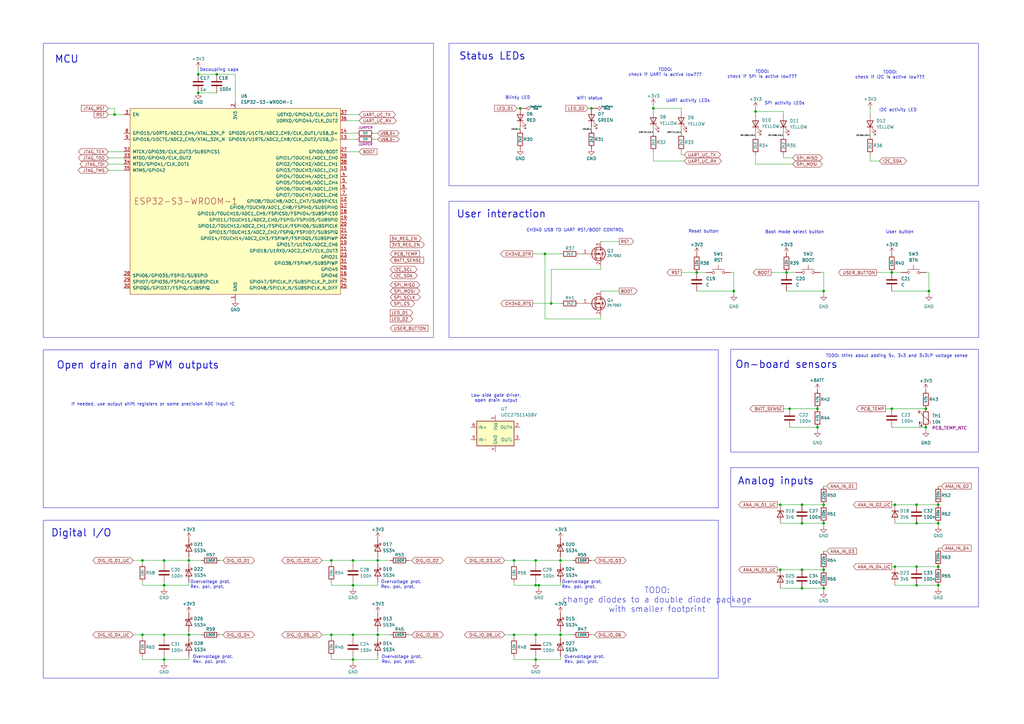
<source format=kicad_sch>
(kicad_sch (version 20231120) (generator "eeschema") (generator_version "8.0")
  (paper "A3")
  (title_block (title "Power input, misc") (date "2024-07-30") (rev "v0.1") (company "Aleksa Heler"))
  (junction (at 375.92 214.63))
  (junction (at 328.93 214.63))
  (junction (at 323.85 167.64))
  (junction (at 367.03 207.01))
  (junction (at 81.28 38.1))
  (junction (at 384.81 232.41))
  (junction (at 337.82 241.3))
  (junction (at 223.52 104.14))
  (junction (at 328.93 233.68))
  (junction (at 67.31 229.87))
  (junction (at 144.78 240.03))
  (junction (at 267.97 44.45))
  (junction (at 67.31 260.35))
  (junction (at 337.82 207.01))
  (junction (at 46.99 46.99))
  (junction (at 77.47 229.87))
  (junction (at 229.87 229.87))
  (junction (at 379.73 175.26))
  (junction (at 210.82 260.35))
  (junction (at 220.98 240.03))
  (junction (at 375.92 207.01))
  (junction (at 144.78 260.35))
  (junction (at 328.93 241.3))
  (junction (at 384.81 240.03))
  (junction (at 81.28 30.48))
  (junction (at 67.31 240.03))
  (junction (at 219.71 229.87))
  (junction (at 309.88 45.72))
  (junction (at 219.71 270.51))
  (junction (at 285.75 111.76))
  (junction (at 229.87 260.35))
  (junction (at 365.76 111.76))
  (junction (at 88.9 30.48))
  (junction (at 375.92 240.03))
  (junction (at 322.58 111.76))
  (junction (at 365.76 167.64))
  (junction (at 337.82 214.63))
  (junction (at 381 119.38))
  (junction (at 154.94 229.87))
  (junction (at 379.73 167.64))
  (junction (at 58.42 229.87))
  (junction (at 135.89 229.87))
  (junction (at 219.71 260.35))
  (junction (at 242.57 44.45))
  (junction (at 320.04 207.01))
  (junction (at 67.31 270.51))
  (junction (at 335.28 167.64))
  (junction (at 144.78 229.87))
  (junction (at 328.93 207.01))
  (junction (at 210.82 229.87))
  (junction (at 300.99 119.38))
  (junction (at 144.78 270.51))
  (junction (at 384.81 207.01))
  (junction (at 154.94 260.35))
  (junction (at 213.36 44.45))
  (junction (at 367.03 232.41))
  (junction (at 375.92 232.41))
  (junction (at 337.82 233.68))
  (junction (at 226.06 124.46))
  (junction (at 219.71 240.03))
  (junction (at 58.42 260.35))
  (junction (at 135.89 260.35))
  (junction (at 384.81 214.63))
  (junction (at 337.82 119.38))
  (junction (at 320.04 233.68))
  (junction (at 335.28 175.26))
  (junction (at 77.47 260.35))
  (wire (pts (xy 321.31 45.72) (xy 309.88 45.72)))
  (wire (pts (xy 226.06 124.46) (xy 226.06 110.49)))
  (wire (pts (xy 320.04 241.3) (xy 328.93 241.3)))
  (wire (pts (xy 229.87 260.35) (xy 229.87 261.62)))
  (wire (pts (xy 58.42 261.62) (xy 58.42 260.35)))
  (wire (pts (xy 309.88 54.61) (xy 309.88 55.88)))
  (wire (pts (xy 81.28 27.94) (xy 81.28 30.48)))
  (wire (pts (xy 220.98 240.03) (xy 229.87 240.03)))
  (wire (pts (xy 323.85 167.64) (xy 335.28 167.64)))
  (wire (pts (xy 46.99 44.45) (xy 46.99 46.99)))
  (wire (pts (xy 81.28 30.48) (xy 88.9 30.48)))
  (wire (pts (xy 238.76 124.46) (xy 237.49 124.46)))
  (wire (pts (xy 146.05 57.15) (xy 142.24 57.15)))
  (wire (pts (xy 375.92 232.41) (xy 384.81 232.41)))
  (wire (pts (xy 154.94 229.87) (xy 154.94 231.14)))
  (wire (pts (xy 207.01 260.35) (xy 210.82 260.35)))
  (wire (pts (xy 142.24 62.23) (xy 147.32 62.23)))
  (wire (pts (xy 77.47 228.6) (xy 77.47 229.87)))
  (wire (pts (xy 219.71 231.14) (xy 219.71 229.87)))
  (wire (pts (xy 229.87 228.6) (xy 229.87 229.87)))
  (wire (pts (xy 67.31 261.62) (xy 67.31 260.35)))
  (wire (pts (xy 210.82 270.51) (xy 210.82 269.24)))
  (wire (pts (xy 135.89 240.03) (xy 144.78 240.03)))
  (wire (pts (xy 321.31 167.64) (xy 323.85 167.64)))
  (wire (pts (xy 81.28 38.1) (xy 88.9 38.1)))
  (wire (pts (xy 309.88 45.72) (xy 309.88 46.99)))
  (wire (pts (xy 328.93 233.68) (xy 337.82 233.68)))
  (wire (pts (xy 44.45 62.23) (xy 50.8 62.23)))
  (wire (pts (xy 210.82 240.03) (xy 219.71 240.03)))
  (wire (pts (xy 386.08 199.39) (xy 384.81 199.39)))
  (wire (pts (xy 135.89 261.62) (xy 135.89 260.35)))
  (wire (pts (xy 309.88 44.45) (xy 309.88 45.72)))
  (wire (pts (xy 309.88 67.31) (xy 309.88 63.5)))
  (wire (pts (xy 359.41 111.76) (xy 365.76 111.76)))
  (wire (pts (xy 154.94 57.15) (xy 153.67 57.15)))
  (wire (pts (xy 381 120.65) (xy 381 119.38)))
  (wire (pts (xy 267.97 44.45) (xy 267.97 45.72)))
  (wire (pts (xy 246.38 130.81) (xy 246.38 129.54)))
  (wire (pts (xy 144.78 241.3) (xy 144.78 240.03)))
  (wire (pts (xy 96.52 30.48) (xy 96.52 41.91)))
  (wire (pts (xy 219.71 240.03) (xy 220.98 240.03)))
  (wire (pts (xy 67.31 260.35) (xy 77.47 260.35)))
  (wire (pts (xy 210.82 261.62) (xy 210.82 260.35)))
  (wire (pts (xy 54.61 229.87) (xy 58.42 229.87)))
  (wire (pts (xy 243.84 260.35) (xy 242.57 260.35)))
  (wire (pts (xy 279.4 54.61) (xy 279.4 53.34)))
  (wire (pts (xy 154.94 229.87) (xy 160.02 229.87)))
  (wire (pts (xy 154.94 238.76) (xy 154.94 240.03)))
  (wire (pts (xy 246.38 110.49) (xy 246.38 109.22)))
  (wire (pts (xy 339.09 226.06) (xy 337.82 226.06)))
  (wire (pts (xy 241.3 44.45) (xy 242.57 44.45)))
  (wire (pts (xy 77.47 260.35) (xy 77.47 261.62)))
  (wire (pts (xy 67.31 229.87) (xy 77.47 229.87)))
  (wire (pts (xy 210.82 270.51) (xy 219.71 270.51)))
  (wire (pts (xy 210.82 231.14) (xy 210.82 229.87)))
  (wire (pts (xy 367.03 232.41) (xy 375.92 232.41)))
  (wire (pts (xy 229.87 269.24) (xy 229.87 270.51)))
  (wire (pts (xy 328.93 241.3) (xy 337.82 241.3)))
  (wire (pts (xy 58.42 231.14) (xy 58.42 229.87)))
  (wire (pts (xy 135.89 260.35) (xy 144.78 260.35)))
  (wire (pts (xy 91.44 260.35) (xy 90.17 260.35)))
  (wire (pts (xy 323.85 175.26) (xy 335.28 175.26)))
  (wire (pts (xy 229.87 229.87) (xy 234.95 229.87)))
  (wire (pts (xy 207.01 229.87) (xy 210.82 229.87)))
  (wire (pts (xy 246.38 119.38) (xy 254 119.38)))
  (wire (pts (xy 243.84 229.87) (xy 242.57 229.87)))
  (wire (pts (xy 210.82 240.03) (xy 210.82 238.76)))
  (wire (pts (xy 144.78 260.35) (xy 154.94 260.35)))
  (wire (pts (xy 321.31 46.99) (xy 321.31 45.72)))
  (wire (pts (xy 320.04 207.01) (xy 328.93 207.01)))
  (wire (pts (xy 67.31 240.03) (xy 77.47 240.03)))
  (wire (pts (xy 375.92 207.01) (xy 384.81 207.01)))
  (wire (pts (xy 365.76 119.38) (xy 381 119.38)))
  (wire (pts (xy 77.47 260.35) (xy 82.55 260.35)))
  (wire (pts (xy 337.82 119.38) (xy 337.82 111.76)))
  (wire (pts (xy 229.87 260.35) (xy 234.95 260.35)))
  (wire (pts (xy 144.78 261.62) (xy 144.78 260.35)))
  (wire (pts (xy 46.99 46.99) (xy 50.8 46.99)))
  (wire (pts (xy 242.57 53.34) (xy 242.57 52.07)))
  (wire (pts (xy 219.71 271.78) (xy 219.71 270.51)))
  (wire (pts (xy 219.71 261.62) (xy 219.71 260.35)))
  (wire (pts (xy 328.93 214.63) (xy 337.82 214.63)))
  (wire (pts (xy 360.68 66.04) (xy 356.87 66.04)))
  (wire (pts (xy 279.4 44.45) (xy 267.97 44.45)))
  (wire (pts (xy 229.87 238.76) (xy 229.87 240.03)))
  (wire (pts (xy 246.38 99.06) (xy 254 99.06)))
  (wire (pts (xy 365.76 207.01) (xy 367.03 207.01)))
  (wire (pts (xy 356.87 54.61) (xy 356.87 55.88)))
  (wire (pts (xy 335.28 176.53) (xy 335.28 175.26)))
  (wire (pts (xy 365.76 175.26) (xy 379.73 175.26)))
  (wire (pts (xy 325.12 67.31) (xy 309.88 67.31)))
  (wire (pts (xy 210.82 260.35) (xy 219.71 260.35)))
  (wire (pts (xy 280.67 66.04) (xy 267.97 66.04)))
  (wire (pts (xy 375.92 240.03) (xy 384.81 240.03)))
  (wire (pts (xy 365.76 167.64) (xy 379.73 167.64)))
  (wire (pts (xy 58.42 270.51) (xy 58.42 269.24)))
  (wire (pts (xy 279.4 45.72) (xy 279.4 44.45)))
  (wire (pts (xy 58.42 260.35) (xy 67.31 260.35)))
  (wire (pts (xy 300.99 120.65) (xy 300.99 119.38)))
  (wire (pts (xy 226.06 124.46) (xy 229.87 124.46)))
  (wire (pts (xy 77.47 229.87) (xy 77.47 231.14)))
  (wire (pts (xy 300.99 119.38) (xy 300.99 111.76)))
  (wire (pts (xy 144.78 271.78) (xy 144.78 270.51)))
  (wire (pts (xy 220.98 241.3) (xy 220.98 240.03)))
  (wire (pts (xy 384.81 241.3) (xy 384.81 240.03)))
  (wire (pts (xy 132.08 229.87) (xy 135.89 229.87)))
  (wire (pts (xy 279.4 111.76) (xy 285.75 111.76)))
  (wire (pts (xy 67.31 271.78) (xy 67.31 270.51)))
  (wire (pts (xy 210.82 229.87) (xy 219.71 229.87)))
  (wire (pts (xy 88.9 30.48) (xy 96.52 30.48)))
  (wire (pts (xy 46.99 46.99) (xy 44.45 46.99)))
  (wire (pts (xy 58.42 270.51) (xy 67.31 270.51)))
  (wire (pts (xy 226.06 110.49) (xy 246.38 110.49)))
  (wire (pts (xy 369.57 111.76) (xy 365.76 111.76)))
  (wire (pts (xy 223.52 130.81) (xy 246.38 130.81)))
  (wire (pts (xy 318.77 207.01) (xy 320.04 207.01)))
  (wire (pts (xy 144.78 229.87) (xy 154.94 229.87)))
  (wire (pts (xy 132.08 260.35) (xy 135.89 260.35)))
  (wire (pts (xy 363.22 167.64) (xy 365.76 167.64)))
  (wire (pts (xy 77.47 238.76) (xy 77.47 240.03)))
  (wire (pts (xy 219.71 229.87) (xy 229.87 229.87)))
  (wire (pts (xy 58.42 240.03) (xy 58.42 238.76)))
  (wire (pts (xy 44.45 67.31) (xy 50.8 67.31)))
  (wire (pts (xy 144.78 240.03) (xy 144.78 238.76)))
  (wire (pts (xy 285.75 119.38) (xy 300.99 119.38)))
  (wire (pts (xy 267.97 66.04) (xy 267.97 62.23)))
  (wire (pts (xy 77.47 269.24) (xy 77.47 270.51)))
  (wire (pts (xy 67.31 270.51) (xy 77.47 270.51)))
  (wire (pts (xy 135.89 270.51) (xy 135.89 269.24)))
  (wire (pts (xy 279.4 63.5) (xy 280.67 63.5)))
  (wire (pts (xy 168.91 260.35) (xy 167.64 260.35)))
  (wire (pts (xy 339.09 199.39) (xy 337.82 199.39)))
  (wire (pts (xy 135.89 240.03) (xy 135.89 238.76)))
  (wire (pts (xy 135.89 229.87) (xy 144.78 229.87)))
  (wire (pts (xy 44.45 64.77) (xy 50.8 64.77)))
  (wire (pts (xy 67.31 241.3) (xy 67.31 240.03)))
  (wire (pts (xy 219.71 260.35) (xy 229.87 260.35)))
  (wire (pts (xy 135.89 270.51) (xy 144.78 270.51)))
  (wire (pts (xy 154.94 260.35) (xy 154.94 261.62)))
  (wire (pts (xy 154.94 54.61) (xy 153.67 54.61)))
  (wire (pts (xy 67.31 270.51) (xy 67.31 269.24)))
  (wire (pts (xy 238.76 104.14) (xy 237.49 104.14)))
  (wire (pts (xy 365.76 232.41) (xy 367.03 232.41)))
  (wire (pts (xy 168.91 229.87) (xy 167.64 229.87)))
  (wire (pts (xy 375.92 214.63) (xy 384.81 214.63)))
  (wire (pts (xy 147.32 49.53) (xy 142.24 49.53)))
  (wire (pts (xy 356.87 66.04) (xy 356.87 63.5)))
  (wire (pts (xy 386.08 224.79) (xy 384.81 224.79)))
  (wire (pts (xy 289.56 111.76) (xy 285.75 111.76)))
  (wire (pts (xy 147.32 46.99) (xy 142.24 46.99)))
  (wire (pts (xy 223.52 104.14) (xy 229.87 104.14)))
  (wire (pts (xy 337.82 120.65) (xy 337.82 119.38)))
  (wire (pts (xy 135.89 231.14) (xy 135.89 229.87)))
  (wire (pts (xy 44.45 44.45) (xy 46.99 44.45)))
  (wire (pts (xy 337.82 111.76) (xy 336.55 111.76)))
  (wire (pts (xy 144.78 270.51) (xy 154.94 270.51)))
  (wire (pts (xy 144.78 270.51) (xy 144.78 269.24)))
  (wire (pts (xy 367.03 207.01) (xy 375.92 207.01)))
  (wire (pts (xy 326.39 111.76) (xy 322.58 111.76)))
  (wire (pts (xy 58.42 240.03) (xy 67.31 240.03)))
  (wire (pts (xy 367.03 214.63) (xy 375.92 214.63)))
  (wire (pts (xy 154.94 228.6) (xy 154.94 229.87)))
  (wire (pts (xy 321.31 55.88) (xy 321.31 54.61)))
  (wire (pts (xy 320.04 233.68) (xy 328.93 233.68)))
  (wire (pts (xy 381 111.76) (xy 379.73 111.76)))
  (wire (pts (xy 154.94 269.24) (xy 154.94 270.51)))
  (wire (pts (xy 300.99 111.76) (xy 299.72 111.76)))
  (wire (pts (xy 77.47 229.87) (xy 82.55 229.87)))
  (wire (pts (xy 320.04 214.63) (xy 328.93 214.63)))
  (wire (pts (xy 146.05 54.61) (xy 142.24 54.61)))
  (wire (pts (xy 337.82 215.9) (xy 337.82 214.63)))
  (wire (pts (xy 154.94 260.35) (xy 160.02 260.35)))
  (wire (pts (xy 384.81 215.9) (xy 384.81 214.63)))
  (wire (pts (xy 213.36 52.07) (xy 213.36 53.34)))
  (wire (pts (xy 356.87 44.45) (xy 356.87 46.99)))
  (wire (pts (xy 91.44 229.87) (xy 90.17 229.87)))
  (wire (pts (xy 218.44 104.14) (xy 223.52 104.14)))
  (wire (pts (xy 44.45 69.85) (xy 50.8 69.85)))
  (wire (pts (xy 279.4 62.23) (xy 279.4 63.5)))
  (wire (pts (xy 321.31 63.5) (xy 321.31 64.77)))
  (wire (pts (xy 67.31 231.14) (xy 67.31 229.87)))
  (wire (pts (xy 381 119.38) (xy 381 111.76)))
  (wire (pts (xy 229.87 229.87) (xy 229.87 231.14)))
  (wire (pts (xy 154.94 259.08) (xy 154.94 260.35)))
  (wire (pts (xy 337.82 242.57) (xy 337.82 241.3)))
  (wire (pts (xy 321.31 64.77) (xy 325.12 64.77)))
  (wire (pts (xy 219.71 270.51) (xy 219.71 269.24)))
  (wire (pts (xy 379.73 176.53) (xy 379.73 175.26)))
  (wire (pts (xy 219.71 240.03) (xy 219.71 238.76)))
  (wire (pts (xy 322.58 119.38) (xy 337.82 119.38)))
  (wire (pts (xy 58.42 229.87) (xy 67.31 229.87)))
  (wire (pts (xy 318.77 233.68) (xy 320.04 233.68)))
  (wire (pts (xy 144.78 231.14) (xy 144.78 229.87)))
  (wire (pts (xy 219.71 270.51) (xy 229.87 270.51)))
  (wire (pts (xy 54.61 260.35) (xy 58.42 260.35)))
  (wire (pts (xy 267.97 43.18) (xy 267.97 44.45)))
  (wire (pts (xy 212.09 44.45) (xy 213.36 44.45)))
  (wire (pts (xy 144.78 240.03) (xy 154.94 240.03)))
  (wire (pts (xy 67.31 240.03) (xy 67.31 238.76)))
  (wire (pts (xy 77.47 259.08) (xy 77.47 260.35)))
  (wire (pts (xy 218.44 124.46) (xy 226.06 124.46)))
  (wire (pts (xy 316.23 111.76) (xy 322.58 111.76)))
  (wire (pts (xy 328.93 207.01) (xy 337.82 207.01)))
  (wire (pts (xy 229.87 259.08) (xy 229.87 260.35)))
  (wire (pts (xy 367.03 240.03) (xy 375.92 240.03)))
  (wire (pts (xy 223.52 104.14) (xy 223.52 130.81)))
  (wire (pts (xy 267.97 53.34) (xy 267.97 54.61)))
  (rectangle (start 299.72 143.256) (end 401.32 185.42))
  (rectangle (start 17.78 17.78) (end 177.8 138.43))
  (rectangle (start 17.78 213.36) (end 294.64 278.13))
  (rectangle (start 184.15 82.55) (end 401.4523 138.43))
  (rectangle (start 17.78 143.51) (end 294.64 208.28))
  (rectangle (start 299.72 191.77) (end 401.32 248.92))
  (rectangle (start 184.15 17.78) (end 401.32 76.2))
  (text "I2C activity LED" (at 368.3 45.212 0) (effects (font (size 1.27 1.27))))
  (text "TODO:\nchange diodes to a double diode package\nwith smaller footprint" (at 269.494 246.126 0) (effects (font (size 2.4 2.4))))
  (text "TODO: think about adding 5v, 3v3 and 3v3LP voltage sense" (at 367.792 146.05 0) (effects (font (size 1.27 1.27))))
  (text "Overvoltage prot.\nRev. pol. prot." (at 156.21 239.776 0) (effects (font (size 1.27 1.27)) (justify left)))
  (text "Overvoltage prot.\nRev. pol. prot." (at 231.394 270.51 0) (effects (font (size 1.27 1.27)) (justify left)))
  (text "User interaction" (at 187.198 87.884 0) (effects (font (size 3 3) (thickness 0.32) (bold yes)) (justify left)))
  (text "TODO:\ncheck if SPI is active low???" (at 312.6085 30.5059 0) (effects (font (size 1.27 1.27))))
  (text "MCU" (at 22.352 24.384 0) (effects (font (size 3 3) (thickness 0.32) (bold yes)) (justify left)))
  (text "Overvoltage prot.\nRev. pol. prot." (at 156.464 270.51 0) (effects (font (size 1.27 1.27)) (justify left)))
  (text "Low side gate driver,\nopen drain output" (at 203.454 163.322 0) (effects (font (size 1.27 1.27))))
  (text "User button" (at 369.062 95.25 0) (effects (font (size 1.27 1.27))))
  (text "CH340 USB TO UART RST/BOOT CONTROL" (at 235.966 94.488 0) (effects (font (size 1.27 1.27))))
  (text "If needed, use output shift registers or some precision ADC input IC" (at 62.738 165.862 0) (effects (font (size 1.27 1.27))))
  (text "TODO:\ncheck if UART is active low???" (at 272.796 29.718 0) (effects (font (size 1.27 1.27))))
  (text "WiFi status" (at 241.808 40.386 0) (effects (font (size 1.27 1.27))))
  (text "Reset button" (at 288.544 94.996 0) (effects (font (size 1.27 1.27))))
  (text "TODO:\ncheck if I2C is active low???" (at 364.998 30.734 0) (effects (font (size 1.27 1.27))))
  (text "SPI activity LEDs" (at 321.818 42.418 0) (effects (font (size 1.27 1.27))))
  (text "Blinky LED" (at 212.344 40.132 0) (effects (font (size 1.27 1.27))))
  (text "On-board sensors" (at 301.498 149.606 0) (effects (font (size 3 3) (thickness 0.32) (bold yes)) (justify left)))
  (text "Decoupling caps" (at 89.916 28.702 0) (effects (font (size 1.27 1.27))))
  (text "UART activity LEDs" (at 282.194 41.402 0) (effects (font (size 1.27 1.27))))
  (text "Status LEDs" (at 188.214 23.114 0) (effects (font (size 3 3) (thickness 0.32) (bold yes)) (justify left)))
  (text "Overvoltage prot.\nRev. pol. prot." (at 77.978 239.776 0) (effects (font (size 1.27 1.27)) (justify left)))
  (text "Digital I/O" (at 20.828 218.694 0) (effects (font (size 3 3) (thickness 0.32) (bold yes)) (justify left)))
  (text "Open drain and PWM outputs" (at 23.114 149.86 0) (effects (font (size 3 3) (thickness 0.32) (bold yes)) (justify left)))
  (text "Overvoltage prot.\nRev. pol. prot." (at 78.994 270.51 0) (effects (font (size 1.27 1.27)) (justify left)))
  (text "Overvoltage prot.\nRev. pol. prot." (at 230.378 239.776 0) (effects (font (size 1.27 1.27)) (justify left)))
  (text "Analog inputs" (at 302.514 197.358 0) (effects (font (size 3 3) (thickness 0.32) (bold yes)) (justify left)))
  (text "Boot mode select button" (at 325.882 95.25 0) (effects (font (size 1.27 1.27))))
  (label "UART_RX_LED_K" (at 267.97 54.61 180) (effects (font (size 0.5 0.5))))
  (label "LED_02_K" (at 242.57 53.34 180) (effects (font (size 0.5 0.5))))
  (label "SPI_MOSI_LED_K" (at 309.88 55.88 180) (effects (font (size 0.5 0.5))))
  (label "LED_01_K" (at 213.36 53.34 180) (effects (font (size 0.5 0.5))))
  (label "SPI_MISO_LED_K" (at 321.31 55.88 180) (effects (font (size 0.5 0.5))))
  (label "UART_TX_LED_K" (at 279.4 54.61 180) (effects (font (size 0.5 0.5))))
  (label "I2C_SDA_LED_K" (at 356.87 55.88 180) (effects (font (size 0.5 0.5))))
  (global_label "DIG_IO_05" (shape bidirectional) (at 168.91 260.35 0) (property "Intersheetrefs" "${INTERSHEET_REFS}" (effects (hide yes))))
  (global_label "BOOT" (shape input) (at 147.32 62.23 0) (property "Intersheetrefs" "${INTERSHEET_REFS}" (effects (hide yes))))
  (global_label "RST" (shape output) (at 279.4 111.76 180) (property "Intersheetrefs" "${INTERSHEET_REFS}" (effects (hide yes))))
  (global_label "DIG_IO_01_UC" (shape bidirectional) (at 54.61 229.87 180) (property "Intersheetrefs" "${INTERSHEET_REFS}" (effects (hide yes))))
  (global_label "LED_01" (shape input) (at 212.09 44.45 180) (property "Intersheetrefs" "${INTERSHEET_REFS}" (effects (hide yes))))
  (global_label "DIG_IO_01" (shape bidirectional) (at 91.44 229.87 0) (property "Intersheetrefs" "${INTERSHEET_REFS}" (effects (hide yes))))
  (global_label "BATT_SENSE" (shape output) (at 321.31 167.64 180) (property "Intersheetrefs" "${INTERSHEET_REFS}" (effects (hide yes))))
  (global_label "PCB_TEMP" (shape output) (at 363.22 167.64 180) (property "Intersheetrefs" "${INTERSHEET_REFS}" (effects (hide yes))))
  (global_label "JTAG_TDO" (shape bidirectional) (at 44.45 64.77 180) (property "Intersheetrefs" "${INTERSHEET_REFS}" (effects (hide yes))))
  (global_label "JTAG_TMS" (shape bidirectional) (at 44.45 69.85 180) (property "Intersheetrefs" "${INTERSHEET_REFS}" (effects (hide yes))))
  (global_label "UART_UC_TX" (shape bidirectional) (at 147.32 46.99 0) (property "Intersheetrefs" "${INTERSHEET_REFS}" (effects (hide yes))))
  (global_label "DIG_IO_03" (shape bidirectional) (at 243.84 229.87 0) (property "Intersheetrefs" "${INTERSHEET_REFS}" (effects (hide yes))))
  (global_label "ANA_IN_01_UC" (shape output) (at 318.77 207.01 180) (property "Intersheetrefs" "${INTERSHEET_REFS}" (effects (hide yes))))
  (global_label "BATT_SENSE" (shape input) (at 160.02 106.68 0) (property "Intersheetrefs" "${INTERSHEET_REFS}" (effects (hide yes))))
  (global_label "DIG_IO_02" (shape bidirectional) (at 168.91 229.87 0) (property "Intersheetrefs" "${INTERSHEET_REFS}" (effects (hide yes))))
  (global_label "RST" (shape output) (at 254 99.06 0) (property "Intersheetrefs" "${INTERSHEET_REFS}" (effects (hide yes))))
  (global_label "DIG_IO_04_UC" (shape bidirectional) (at 54.61 260.35 180) (property "Intersheetrefs" "${INTERSHEET_REFS}" (effects (hide yes))))
  (global_label "DIG_IO_03_UC" (shape bidirectional) (at 207.01 229.87 180) (property "Intersheetrefs" "${INTERSHEET_REFS}" (effects (hide yes))))
  (global_label "SPI_SCLK" (shape bidirectional) (at 160.02 121.92 0) (property "Intersheetrefs" "${INTERSHEET_REFS}" (effects (hide yes))))
  (global_label "UART_UC_RX" (shape bidirectional) (at 280.67 66.04 0) (property "Intersheetrefs" "${INTERSHEET_REFS}" (effects (hide yes))))
  (global_label "LED_02" (shape output) (at 160.02 130.81 0) (property "Intersheetrefs" "${INTERSHEET_REFS}" (effects (hide yes))))
  (global_label "CH340_DTR" (shape output) (at 218.44 104.14 180) (property "Intersheetrefs" "${INTERSHEET_REFS}" (effects (hide yes))))
  (global_label "5V_REG_EN" (shape output) (at 160.02 97.79 0) (property "Intersheetrefs" "${INTERSHEET_REFS}" (effects (hide yes))))
  (global_label "ANA_IN_01" (shape input) (at 339.09 199.39 0) (property "Intersheetrefs" "${INTERSHEET_REFS}" (effects (hide yes))))
  (global_label "I2C_SDA" (shape bidirectional) (at 360.68 66.04 0) (property "Intersheetrefs" "${INTERSHEET_REFS}" (effects (hide yes))))
  (global_label "SPI_MISO" (shape bidirectional) (at 325.12 64.77 0) (property "Intersheetrefs" "${INTERSHEET_REFS}" (effects (hide yes))))
  (global_label "RST" (shape input) (at 44.45 46.99 180) (property "Intersheetrefs" "${INTERSHEET_REFS}" (effects (hide yes))))
  (global_label "UART_UC_TX" (shape bidirectional) (at 280.67 63.5 0) (property "Intersheetrefs" "${INTERSHEET_REFS}" (effects (hide yes))))
  (global_label "I2C_SDA" (shape bidirectional) (at 160.02 113.03 0) (property "Intersheetrefs" "${INTERSHEET_REFS}" (effects (hide yes))))
  (global_label "DIG_IO_05_UC" (shape bidirectional) (at 132.08 260.35 180) (property "Intersheetrefs" "${INTERSHEET_REFS}" (effects (hide yes))))
  (global_label "ANA_IN_02" (shape input) (at 386.08 199.39 0) (property "Intersheetrefs" "${INTERSHEET_REFS}" (effects (hide yes))))
  (global_label "SPI_CS" (shape bidirectional) (at 160.02 124.46 0) (property "Intersheetrefs" "${INTERSHEET_REFS}" (effects (hide yes))))
  (global_label "LED_02" (shape input) (at 241.3 44.45 180) (property "Intersheetrefs" "${INTERSHEET_REFS}" (effects (hide yes))))
  (global_label "ANA_IN_04" (shape input) (at 386.08 224.79 0) (property "Intersheetrefs" "${INTERSHEET_REFS}" (effects (hide yes))))
  (global_label "CH340_RTS" (shape output) (at 218.44 124.46 180) (property "Intersheetrefs" "${INTERSHEET_REFS}" (effects (hide yes))))
  (global_label "JTAG_RST" (shape input) (at 44.45 44.45 180) (property "Intersheetrefs" "${INTERSHEET_REFS}" (effects (hide yes))))
  (global_label "ANA_IN_02_UC" (shape output) (at 365.76 207.01 180) (property "Intersheetrefs" "${INTERSHEET_REFS}" (effects (hide yes))))
  (global_label "USB_D-" (shape bidirectional) (at 154.94 57.15 0) (effects (font (size 1 1))) (property "Intersheetrefs" "${INTERSHEET_REFS}" (effects (hide yes))))
  (global_label "I2C_SCL" (shape bidirectional) (at 160.02 110.49 0) (property "Intersheetrefs" "${INTERSHEET_REFS}" (effects (hide yes))))
  (global_label "JTAG_TCK" (shape bidirectional) (at 44.45 62.23 180) (property "Intersheetrefs" "${INTERSHEET_REFS}" (effects (hide yes))))
  (global_label "USER_BUTTON" (shape output) (at 359.41 111.76 180) (property "Intersheetrefs" "${INTERSHEET_REFS}" (effects (hide yes))))
  (global_label "PCB_TEMP" (shape input) (at 160.02 104.14 0) (property "Intersheetrefs" "${INTERSHEET_REFS}" (effects (hide yes))))
  (global_label "USB_D+" (shape bidirectional) (at 154.94 54.61 0) (effects (font (size 1 1))) (property "Intersheetrefs" "${INTERSHEET_REFS}" (effects (hide yes))))
  (global_label "3V3_REG_EN" (shape output) (at 160.02 100.33 0) (property "Intersheetrefs" "${INTERSHEET_REFS}" (effects (hide yes))))
  (global_label "ANA_IN_04_UC" (shape output) (at 365.76 232.41 180) (property "Intersheetrefs" "${INTERSHEET_REFS}" (effects (hide yes))))
  (global_label "DIG_IO_04" (shape bidirectional) (at 91.44 260.35 0) (property "Intersheetrefs" "${INTERSHEET_REFS}" (effects (hide yes))))
  (global_label "BOOT" (shape output) (at 316.23 111.76 180) (property "Intersheetrefs" "${INTERSHEET_REFS}" (effects (hide yes))))
  (global_label "ANA_IN_03_UC" (shape output) (at 318.77 233.68 180) (property "Intersheetrefs" "${INTERSHEET_REFS}" (effects (hide yes))))
  (global_label "BOOT" (shape output) (at 254 119.38 0) (property "Intersheetrefs" "${INTERSHEET_REFS}" (effects (hide yes))))
  (global_label "DIG_IO_02_UC" (shape bidirectional) (at 132.08 229.87 180) (property "Intersheetrefs" "${INTERSHEET_REFS}" (effects (hide yes))))
  (global_label "DIG_IO_06" (shape bidirectional) (at 243.84 260.35 0) (property "Intersheetrefs" "${INTERSHEET_REFS}" (effects (hide yes))))
  (global_label "LED_01" (shape output) (at 160.02 128.27 0) (property "Intersheetrefs" "${INTERSHEET_REFS}" (effects (hide yes))))
  (global_label "SPI_MISO" (shape bidirectional) (at 160.02 116.84 0) (property "Intersheetrefs" "${INTERSHEET_REFS}" (effects (hide yes))))
  (global_label "DIG_IO_06_UC" (shape bidirectional) (at 207.01 260.35 180) (property "Intersheetrefs" "${INTERSHEET_REFS}" (effects (hide yes))))
  (global_label "USER_BUTTON" (shape input) (at 160.02 134.62 0) (property "Intersheetrefs" "${INTERSHEET_REFS}" (effects (hide yes))))
  (global_label "ANA_IN_03" (shape input) (at 339.09 226.06 0) (property "Intersheetrefs" "${INTERSHEET_REFS}" (effects (hide yes))))
  (global_label "SPI_MOSI" (shape bidirectional) (at 325.12 67.31 0) (property "Intersheetrefs" "${INTERSHEET_REFS}" (effects (hide yes))))
  (global_label "JTAG_TDI" (shape bidirectional) (at 44.45 67.31 180) (property "Intersheetrefs" "${INTERSHEET_REFS}" (effects (hide yes))))
  (global_label "UART_UC_RX" (shape bidirectional) (at 147.32 49.53 0) (property "Intersheetrefs" "${INTERSHEET_REFS}" (effects (hide yes))))
  (global_label "SPI_MOSI" (shape bidirectional) (at 160.02 119.38 0) (property "Intersheetrefs" "${INTERSHEET_REFS}" (effects (hide yes))))
  (symbol (lib_id "power:+3.3V") (at 229.87 251.46 0) (unit 1)
    (property "Reference" "#PWR058" (effects (hide yes)))
    (property "Value" "+3V3" (at 229.87 247.65 0))
    (property "Description" "Power symbol creates a global label with name \"+3.3V\"" (effects (hide yes)))
  )
  (symbol (lib_id "Device:R") (at 86.36 229.87 90) (unit 1)
    (property "Reference" "R57" (at 86.36 227.584 90))
    (property "Value" "100R" (at 86.36 229.87 90) (effects (font (size 1 1))))
    (property "Footprint" "Resistor_SMD:R_0805_2012Metric" (effects (hide yes)))
    (property "Description" "Resistor" (effects (hide yes)))
  )
  (symbol (lib_id "Device:C") (at 375.92 210.82 0) (unit 1)
    (property "Reference" "C32" (at 378.714 209.55 0) (effects (justify left)))
    (property "Value" "100n" (at 378.714 212.09 0) (effects (justify left)))
    (property "Footprint" "Capacitor_SMD:C_0805_2012Metric" (effects (hide yes)))
    (property "Description" "Unpolarized capacitor" (effects (hide yes)))
  )
  (symbol (lib_id "Device:R") (at 233.68 124.46 90) (unit 1)
    (property "Reference" "R41" (at 235.712 122.174 90) (effects (justify left)))
    (property "Value" "2k2" (at 233.68 124.46 90) (effects (font (size 1 1))))
    (property "Footprint" "Resistor_SMD:R_0805_2012Metric" (effects (hide yes)))
    (property "Description" "Resistor" (effects (hide yes)))
  )
  (symbol (lib_id "Device:C") (at 67.31 234.95 0) (unit 1)
    (property "Reference" "C30" (at 70.104 233.68 0) (effects (justify left)))
    (property "Value" "100n" (at 70.104 236.22 0) (effects (justify left)))
    (property "Footprint" "Capacitor_SMD:C_0805_2012Metric" (effects (hide yes)))
    (property "Description" "Unpolarized capacitor" (effects (hide yes)))
  )
  (symbol (lib_id "Device:C") (at 365.76 171.45 0) (unit 1)
    (property "Reference" "C23" (at 369.57 170.1799 0) (effects (justify left)))
    (property "Value" "100n" (at 369.57 172.7199 0) (effects (justify left)))
    (property "Footprint" "Capacitor_SMD:C_0805_2012Metric" (effects (hide yes)))
    (property "Description" "Unpolarized capacitor" (effects (hide yes)))
  )
  (symbol (lib_id "Driver_FET:UCC27511ADBV") (at 203.2 177.8 0) (unit 1)
    (property "Reference" "U7" (at 205.3941 167.64 0) (effects (justify left)))
    (property "Value" "UCC27511ADBV" (at 205.3941 170.18 0) (effects (justify left)))
    (property "Footprint" "Package_TO_SOT_SMD:SOT-23-6" (effects (hide yes)))
    (property "Datasheet" "https://www.ti.com/lit/ds/symlink/ucc27511a.pdf" (effects (hide yes)))
    (property "Description" "Single-Channel High-Speed Low-Side Gate Driver With 4-A Peak Source and 8-A Peak Sink, SOT-23-6" (effects (hide yes)))
  )
  (symbol (lib_id "Device:R") (at 309.88 59.69 0) (unit 1)
    (property "Reference" "R34" (at 311.15 59.69 0) (effects (justify left)))
    (property "Value" "2k2" (at 309.88 59.69 90) (effects (font (size 1 1))))
    (property "Footprint" "Resistor_SMD:R_0805_2012Metric" (effects (hide yes)))
    (property "Description" "Resistor" (effects (hide yes)))
  )
  (symbol (lib_id "Device:Thermistor_NTC") (at 379.73 171.45 0) (unit 1)
    (property "Reference" "TH1" (at 382.27 170.4974 0) (effects (justify left)))
    (property "Value" "10k" (at 382.27 173.0374 0) (effects (justify left)))
    (property "Footprint" "Resistor_SMD:R_0805_2012Metric" (effects (hide yes)))
    (property "Description" "PCB_TEMP_NTC" (at 382.27 175.514 0) (effects (justify left)))
  )
  (symbol (lib_id "Device:D_Zener") (at 367.03 236.22 270) (unit 1)
    (property "Reference" "D23" (at 369.062 234.95 90) (effects (justify left)))
    (property "Value" "3V6" (at 369.062 237.49 90) (effects (justify left)))
    (property "Footprint" "Diode_SMD:D_SOD-123" (effects (hide yes)))
    (property "Description" "Zener diode" (effects (hide yes)))
  )
  (symbol (lib_id "power:+3.3V") (at 77.47 220.98 0) (unit 1)
    (property "Reference" "#PWR064" (effects (hide yes)))
    (property "Value" "+3V3" (at 77.47 217.17 0))
    (property "Description" "Power symbol creates a global label with name \"+3.3V\"" (effects (hide yes)))
  )
  (symbol (lib_id "Connector:TestPoint_Alt") (at 242.57 44.45 270) (unit 1)
    (property "Reference" "TP10" (at 248.92 44.704 90) (effects (font (size 0.7 0.7))))
    (property "Value" "TestPoint" (at 248.92 43.688 90) (effects (font (size 0.7 0.7))))
    (property "Footprint" "TestPoint:TestPoint_Pad_D2.0mm" (effects (hide yes)))
    (property "Description" "test point (alternative shape)" (effects (hide yes)))
  )
  (symbol (lib_id "Device:R") (at 210.82 234.95 0) (unit 1)
    (property "Reference" "R56" (at 212.09 234.95 0) (effects (justify left)))
    (property "Value" "10k" (at 210.82 234.95 90) (effects (font (size 1 1))))
    (property "Footprint" "Resistor_SMD:R_0805_2012Metric" (effects (hide yes)))
    (property "Description" "Resistor" (effects (hide yes)))
  )
  (symbol (lib_id "Device:C") (at 219.71 234.95 0) (unit 1)
    (property "Reference" "C29" (at 222.504 233.68 0) (effects (justify left)))
    (property "Value" "100n" (at 222.504 236.22 0) (effects (justify left)))
    (property "Footprint" "Capacitor_SMD:C_0805_2012Metric" (effects (hide yes)))
    (property "Description" "Unpolarized capacitor" (effects (hide yes)))
  )
  (symbol (lib_id "power:GND") (at 337.82 242.57 0) (unit 1)
    (property "Reference" "#PWR070" (effects (hide yes)))
    (property "Value" "GND" (at 337.82 246.38 0))
    (property "Description" "Power symbol creates a global label with name \"GND\" , ground" (effects (hide yes)))
  )
  (symbol (lib_id "Device:R") (at 384.81 228.6 0) (unit 1)
    (property "Reference" "R63" (at 386.08 228.6 0) (effects (justify left)))
    (property "Value" "220k" (at 384.81 228.6 90) (effects (font (size 1 1))))
    (property "Footprint" "Resistor_SMD:R_0805_2012Metric" (effects (hide yes)))
    (property "Description" "Resistor" (effects (hide yes)))
  )
  (symbol (lib_id "Transistor_FET:2N7002") (at 243.84 104.14 0) (unit 1)
    (property "Reference" "Q3" (at 248.92 102.87 0) (effects (justify left)))
    (property "Value" "2N7002" (at 248.92 104.902 0) (effects (font (size 1 1)) (justify left)))
    (property "Footprint" "Package_TO_SOT_SMD:SOT-23" (effects (hide yes)))
    (property "Datasheet" "https://www.onsemi.com/pub/Collateral/NDS7002A-D.PDF" (effects (hide yes)))
    (property "Description" "0.115A Id, 60V Vds, N-Channel MOSFET, SOT-23" (effects (hide yes)))
  )
  (symbol (lib_id "Device:R") (at 267.97 58.42 0) (unit 1)
    (property "Reference" "R32" (at 269.24 58.42 0) (effects (justify left)))
    (property "Value" "2k2" (at 267.97 58.42 90) (effects (font (size 1 1))))
    (property "Footprint" "Resistor_SMD:R_0805_2012Metric" (effects (hide yes)))
    (property "Description" "Resistor" (effects (hide yes)))
  )
  (symbol (lib_id "power:GND") (at 219.71 271.78 0) (unit 1)
    (property "Reference" "#PWR071" (effects (hide yes)))
    (property "Value" "GND" (at 219.71 275.59 0))
    (property "Description" "Power symbol creates a global label with name \"GND\" , ground" (effects (hide yes)))
  )
  (symbol (lib_id "power:+3.3V") (at 356.87 44.45 0) (unit 1)
    (property "Reference" "#PWR042" (effects (hide yes)))
    (property "Value" "+3V3" (at 356.87 40.64 0))
    (property "Description" "Power symbol creates a global label with name \"+3.3V\"" (effects (hide yes)))
  )
  (symbol (lib_id "power:+3.3V") (at 365.76 104.14 0) (unit 1)
    (property "Reference" "#PWR047" (effects (hide yes)))
    (property "Value" "+3V3" (at 365.76 100.33 0))
    (property "Description" "Power symbol creates a global label with name \"+3.3V\"" (effects (hide yes)))
  )
  (symbol (lib_id "power:GND") (at 384.81 241.3 0) (unit 1)
    (property "Reference" "#PWR069" (effects (hide yes)))
    (property "Value" "GND" (at 384.81 245.11 0))
    (property "Description" "Power symbol creates a global label with name \"GND\" , ground" (effects (hide yes)))
  )
  (symbol (lib_id "Device:R") (at 233.68 104.14 90) (unit 1)
    (property "Reference" "R37" (at 235.712 101.854 90) (effects (justify left)))
    (property "Value" "2k2" (at 233.68 104.14 90) (effects (font (size 1 1))))
    (property "Footprint" "Resistor_SMD:R_0805_2012Metric" (effects (hide yes)))
    (property "Description" "Resistor" (effects (hide yes)))
  )
  (symbol (lib_id "Device:C") (at 219.71 265.43 0) (unit 1)
    (property "Reference" "C25" (at 222.504 264.16 0) (effects (justify left)))
    (property "Value" "100n" (at 222.504 266.7 0) (effects (justify left)))
    (property "Footprint" "Capacitor_SMD:C_0805_2012Metric" (effects (hide yes)))
    (property "Description" "Unpolarized capacitor" (effects (hide yes)))
  )
  (symbol (lib_id "power:+3.3V") (at 309.88 44.45 0) (unit 1)
    (property "Reference" "#PWR041" (effects (hide yes)))
    (property "Value" "+3V3" (at 309.88 40.64 0))
    (property "Description" "Power symbol creates a global label with name \"+3.3V\"" (effects (hide yes)))
  )
  (symbol (lib_id "Diode:SS34") (at 77.47 224.79 270) (unit 1)
    (property "Reference" "D21" (at 79.502 223.266 90) (effects (justify left)))
    (property "Value" "SS34" (at 79.502 225.806 90) (effects (justify left)))
    (property "Footprint" "Diode_SMD:D_SMA" (effects (hide yes)))
    (property "Datasheet" "https://www.vishay.com/docs/88751/ss32.pdf" (effects (hide yes)))
    (property "Description" "40V 3A Schottky Diode, SMA" (effects (hide yes)))
  )
  (symbol (lib_id "power:+3.3V") (at 322.58 104.14 0) (unit 1)
    (property "Reference" "#PWR046" (effects (hide yes)))
    (property "Value" "+3V3" (at 322.58 100.33 0))
    (property "Description" "Power symbol creates a global label with name \"+3.3V\"" (effects (hide yes)))
  )
  (symbol (lib_id "Device:C") (at 81.28 34.29 180) (unit 1)
    (property "Reference" "C17" (at 82.042 32.004 0) (effects (justify right)))
    (property "Value" "1u" (at 82.042 36.576 0) (effects (justify right)))
    (property "Footprint" "Capacitor_SMD:C_0805_2012Metric" (effects (hide yes)))
    (property "Description" "Unpolarized capacitor" (effects (hide yes)))
  )
  (symbol (lib_id "Device:C") (at 328.93 210.82 0) (unit 1)
    (property "Reference" "C27" (at 331.724 209.55 0) (effects (justify left)))
    (property "Value" "100n" (at 331.724 212.09 0) (effects (justify left)))
    (property "Footprint" "Capacitor_SMD:C_0805_2012Metric" (effects (hide yes)))
    (property "Description" "Unpolarized capacitor" (effects (hide yes)))
  )
  (symbol (lib_id "Device:R") (at 163.83 229.87 90) (unit 1)
    (property "Reference" "R53" (at 163.83 227.584 90))
    (property "Value" "100R" (at 163.83 229.87 90) (effects (font (size 1 1))))
    (property "Footprint" "Resistor_SMD:R_0805_2012Metric" (effects (hide yes)))
    (property "Description" "Resistor" (effects (hide yes)))
  )
  (symbol (lib_id "power:+3.3V") (at 81.28 27.94 0) (unit 1)
    (property "Reference" "#PWR038" (effects (hide yes)))
    (property "Value" "+3V3" (at 81.28 24.13 0))
    (property "Description" "Power symbol creates a global label with name \"+3.3V\"" (effects (hide yes)))
  )
  (symbol (lib_id "Device:LED") (at 356.87 50.8 90) (unit 1)
    (property "Reference" "D12" (at 359.41 49.53 90) (effects (justify right)))
    (property "Value" "YELLOW" (at 359.41 52.07 90) (effects (justify right)))
    (property "Footprint" "LED_SMD:LED_1210_3225Metric" (effects (hide yes)))
    (property "Description" "Light emitting diode" (effects (hide yes)))
  )
  (symbol (lib_id "Device:R") (at 384.81 236.22 0) (unit 1)
    (property "Reference" "R65" (at 386.08 236.22 0) (effects (justify left)))
    (property "Value" "100k" (at 384.81 236.22 90) (effects (font (size 1 1))))
    (property "Footprint" "Resistor_SMD:R_0805_2012Metric" (effects (hide yes)))
    (property "Description" "Resistor" (effects (hide yes)))
  )
  (symbol (lib_id "Device:C") (at 67.31 265.43 0) (unit 1)
    (property "Reference" "C31" (at 70.104 264.16 0) (effects (justify left)))
    (property "Value" "100n" (at 70.104 266.7 0) (effects (justify left)))
    (property "Footprint" "Capacitor_SMD:C_0805_2012Metric" (effects (hide yes)))
    (property "Description" "Unpolarized capacitor" (effects (hide yes)))
  )
  (symbol (lib_id "Device:LED") (at 242.57 48.26 90) (unit 1)
    (property "Reference" "D7" (at 245.11 46.736 90) (effects (justify right)))
    (property "Value" "GREEN" (at 245.11 49.276 90) (effects (justify right)))
    (property "Footprint" "LED_SMD:LED_1210_3225Metric" (effects (hide yes)))
    (property "Description" "Light emitting diode" (effects (hide yes)))
  )
  (symbol (lib_id "Diode:SS34") (at 229.87 255.27 270) (unit 1)
    (property "Reference" "D15" (at 231.902 253.746 90) (effects (justify left)))
    (property "Value" "SS34" (at 231.902 256.286 90) (effects (justify left)))
    (property "Footprint" "Diode_SMD:D_SMA" (effects (hide yes)))
    (property "Datasheet" "https://www.vishay.com/docs/88751/ss32.pdf" (effects (hide yes)))
    (property "Description" "40V 3A Schottky Diode, SMA" (effects (hide yes)))
  )
  (symbol (lib_id "power:+3.3V") (at 154.94 251.46 0) (unit 1)
    (property "Reference" "#PWR056" (effects (hide yes)))
    (property "Value" "+3V3" (at 154.94 247.65 0))
    (property "Description" "Power symbol creates a global label with name \"+3.3V\"" (effects (hide yes)))
  )
  (symbol (lib_id "Diode:SS34") (at 77.47 255.27 270) (unit 1)
    (property "Reference" "D26" (at 79.502 253.746 90) (effects (justify left)))
    (property "Value" "SS34" (at 79.502 256.286 90) (effects (justify left)))
    (property "Footprint" "Diode_SMD:D_SMA" (effects (hide yes)))
    (property "Datasheet" "https://www.vishay.com/docs/88751/ss32.pdf" (effects (hide yes)))
    (property "Description" "40V 3A Schottky Diode, SMA" (effects (hide yes)))
  )
  (symbol (lib_id "Diode:SS34") (at 229.87 234.95 270) (unit 1)
    (property "Reference" "D24" (at 231.902 233.426 90) (effects (justify left)))
    (property "Value" "SS34" (at 231.902 235.966 90) (effects (justify left)))
    (property "Footprint" "Diode_SMD:D_SMA" (effects (hide yes)))
    (property "Datasheet" "https://www.vishay.com/docs/88751/ss32.pdf" (effects (hide yes)))
    (property "Description" "40V 3A Schottky Diode, SMA" (effects (hide yes)))
  )
  (symbol (lib_id "Device:R") (at 356.87 59.69 0) (unit 1)
    (property "Reference" "R36" (at 358.14 59.69 0) (effects (justify left)))
    (property "Value" "2k2" (at 356.87 59.69 90) (effects (font (size 1 1))))
    (property "Footprint" "Resistor_SMD:R_0805_2012Metric" (effects (hide yes)))
    (property "Description" "Resistor" (effects (hide yes)))
  )
  (symbol (lib_id "power:GND") (at 213.36 60.96 0) (unit 1)
    (property "Reference" "#PWR043" (effects (hide yes)))
    (property "Value" "GND" (at 213.36 65.024 0))
    (property "Description" "Power symbol creates a global label with name \"GND\" , ground" (effects (hide yes)))
  )
  (symbol (lib_id "Device:R") (at 337.82 229.87 0) (unit 1)
    (property "Reference" "R64" (at 339.09 229.87 0) (effects (justify left)))
    (property "Value" "220k" (at 337.82 229.87 90) (effects (font (size 1 1))))
    (property "Footprint" "Resistor_SMD:R_0805_2012Metric" (effects (hide yes)))
    (property "Description" "Resistor" (effects (hide yes)))
  )
  (symbol (lib_id "Connector:TestPoint_Alt") (at 213.36 44.45 270) (unit 1)
    (property "Reference" "TP9" (at 219.71 44.704 90) (effects (font (size 0.7 0.7))))
    (property "Value" "TestPoint" (at 219.71 43.688 90) (effects (font (size 0.7 0.7))))
    (property "Footprint" "TestPoint:TestPoint_Pad_D2.0mm" (effects (hide yes)))
    (property "Description" "test point (alternative shape)" (effects (hide yes)))
  )
  (symbol (lib_id "Device:R") (at 135.89 234.95 0) (unit 1)
    (property "Reference" "R54" (at 137.16 234.95 0) (effects (justify left)))
    (property "Value" "10k" (at 135.89 234.95 90) (effects (font (size 1 1))))
    (property "Footprint" "Resistor_SMD:R_0805_2012Metric" (effects (hide yes)))
    (property "Description" "Resistor" (effects (hide yes)))
  )
  (symbol (lib_id "Device:R") (at 163.83 260.35 90) (unit 1)
    (property "Reference" "R45" (at 163.83 258.064 90))
    (property "Value" "100R" (at 163.83 260.35 90) (effects (font (size 1 1))))
    (property "Footprint" "Resistor_SMD:R_0805_2012Metric" (effects (hide yes)))
    (property "Description" "Resistor" (effects (hide yes)))
  )
  (symbol (lib_id "power:GND") (at 337.82 215.9 0) (unit 1)
    (property "Reference" "#PWR059" (effects (hide yes)))
    (property "Value" "GND" (at 337.82 219.71 0))
    (property "Description" "Power symbol creates a global label with name \"GND\" , ground" (effects (hide yes)))
  )
  (symbol (lib_id "Device:R") (at 337.82 237.49 0) (unit 1)
    (property "Reference" "R66" (at 339.09 237.49 0) (effects (justify left)))
    (property "Value" "100k" (at 337.82 237.49 90) (effects (font (size 1 1))))
    (property "Footprint" "Resistor_SMD:R_0805_2012Metric" (effects (hide yes)))
    (property "Description" "Resistor" (effects (hide yes)))
  )
  (symbol (lib_id "power:GND") (at 384.81 215.9 0) (unit 1)
    (property "Reference" "#PWR068" (effects (hide yes)))
    (property "Value" "GND" (at 384.81 219.71 0))
    (property "Description" "Power symbol creates a global label with name \"GND\" , ground" (effects (hide yes)))
  )
  (symbol (lib_id "Device:R") (at 384.81 203.2 0) (unit 1)
    (property "Reference" "R52" (at 386.08 203.2 0) (effects (justify left)))
    (property "Value" "220k" (at 384.81 203.2 90) (effects (font (size 1 1))))
    (property "Footprint" "Resistor_SMD:R_0805_2012Metric" (effects (hide yes)))
    (property "Description" "Resistor" (effects (hide yes)))
  )
  (symbol (lib_id "Device:R") (at 149.86 57.15 270) (unit 1)
    (property "Reference" "R29" (effects (hide yes)))
    (property "Value" "0R" (at 149.86 57.15 90) (effects (font (size 1 1))))
    (property "Footprint" "Resistor_SMD:R_0805_2012Metric" (effects (hide yes)))
    (property "Description" "Resistor" (effects (hide yes)))
    (property "Use Case" "JUMPER" (at 149.86 59.182 90) (effects (font (size 1 1))))
  )
  (symbol (lib_id "Diode:SS34") (at 154.94 234.95 270) (unit 1)
    (property "Reference" "D19" (at 156.972 233.426 90) (effects (justify left)))
    (property "Value" "SS34" (at 156.972 235.966 90) (effects (justify left)))
    (property "Footprint" "Diode_SMD:D_SMA" (effects (hide yes)))
    (property "Datasheet" "https://www.vishay.com/docs/88751/ss32.pdf" (effects (hide yes)))
    (property "Description" "40V 3A Schottky Diode, SMA" (effects (hide yes)))
  )
  (symbol (lib_id "Device:LED") (at 321.31 50.8 90) (unit 1)
    (property "Reference" "D11" (at 323.85 49.53 90) (effects (justify right)))
    (property "Value" "YELLOW" (at 323.85 52.07 90) (effects (justify right)))
    (property "Footprint" "LED_SMD:LED_1210_3225Metric" (effects (hide yes)))
    (property "Description" "Light emitting diode" (effects (hide yes)))
  )
  (symbol (lib_id "power:+BATT") (at 335.28 160.02 0) (unit 1)
    (property "Reference" "#PWR052" (effects (hide yes)))
    (property "Value" "+BATT" (at 335.026 155.956 0))
    (property "Description" "Power symbol creates a global label with name \"+BATT\"" (effects (hide yes)))
  )
  (symbol (lib_id "Device:R") (at 337.82 203.2 0) (unit 1)
    (property "Reference" "R50" (at 339.09 203.2 0) (effects (justify left)))
    (property "Value" "220k" (at 337.82 203.2 90) (effects (font (size 1 1))))
    (property "Footprint" "Resistor_SMD:R_0805_2012Metric" (effects (hide yes)))
    (property "Description" "Resistor" (effects (hide yes)))
  )
  (symbol (lib_id "Diode:SS34") (at 154.94 255.27 270) (unit 1)
    (property "Reference" "D13" (at 156.972 253.746 90) (effects (justify left)))
    (property "Value" "SS34" (at 156.972 256.286 90) (effects (justify left)))
    (property "Footprint" "Diode_SMD:D_SMA" (effects (hide yes)))
    (property "Datasheet" "https://www.vishay.com/docs/88751/ss32.pdf" (effects (hide yes)))
    (property "Description" "40V 3A Schottky Diode, SMA" (effects (hide yes)))
  )
  (symbol (lib_id "Device:R") (at 285.75 107.95 0) (unit 1)
    (property "Reference" "R38" (at 287.02 107.95 0) (effects (justify left)))
    (property "Value" "10k" (at 285.75 107.95 90) (effects (font (size 1 1))))
    (property "Footprint" "Resistor_SMD:R_0805_2012Metric" (effects (hide yes)))
    (property "Description" "Resistor" (effects (hide yes)))
  )
  (symbol (lib_id "Espressif:ESP32-S3-WROOM-1") (at 96.52 82.55 0) (unit 1)
    (property "Reference" "U6" (at 98.7141 39.37 0) (effects (justify left)))
    (property "Value" "ESP32-S3-WROOM-1" (at 98.7141 41.91 0) (effects (justify left)))
    (property "Footprint" "Espressif:ESP32-S3-WROOM-1" (effects (hide yes)))
    (property "Datasheet" "https://www.espressif.com/sites/default/files/documentation/esp32-s3-wroom-1_wroom-1u_datasheet_en.pdf" (effects (hide yes)))
    (property "Description" "2.4 GHz WiFi (802.11 b/g/n) and Bluetooth ® 5 (LE) module Built around ESP32S3 series of SoCs, Xtensa ® dualcore 32bit LX7 microprocessor Flash up to 16 MB, PSRAM up to 8 MB 36 GPIOs, rich set of peripherals Onboard PCB antenna" (effects (hide yes)))
  )
  (symbol (lib_id "Device:R") (at 238.76 260.35 90) (unit 1)
    (property "Reference" "R47" (at 238.76 258.064 90))
    (property "Value" "100R" (at 238.76 260.35 90) (effects (font (size 1 1))))
    (property "Footprint" "Resistor_SMD:R_0805_2012Metric" (effects (hide yes)))
    (property "Description" "Resistor" (effects (hide yes)))
  )
  (symbol (lib_id "power:+3.3V") (at 267.97 43.18 0) (unit 1)
    (property "Reference" "#PWR040" (effects (hide yes)))
    (property "Value" "+3V3" (at 267.97 39.37 0))
    (property "Description" "Power symbol creates a global label with name \"+3.3V\"" (effects (hide yes)))
  )
  (symbol (lib_id "Device:R") (at 379.73 163.83 0) (unit 1)
    (property "Reference" "R43" (at 381 163.83 0) (effects (justify left)))
    (property "Value" "47k" (at 379.73 163.83 90) (effects (font (size 1 1))))
    (property "Footprint" "Resistor_SMD:R_0805_2012Metric" (effects (hide yes)))
    (property "Description" "Resistor" (effects (hide yes)))
  )
  (symbol (lib_id "Device:R") (at 135.89 265.43 0) (unit 1)
    (property "Reference" "R46" (at 137.16 265.43 0) (effects (justify left)))
    (property "Value" "10k" (at 135.89 265.43 90) (effects (font (size 1 1))))
    (property "Footprint" "Resistor_SMD:R_0805_2012Metric" (effects (hide yes)))
    (property "Description" "Resistor" (effects (hide yes)))
  )
  (symbol (lib_id "power:GND") (at 381 120.65 0) (unit 1)
    (property "Reference" "#PWR050" (effects (hide yes)))
    (property "Value" "GND" (at 381 125.73 0))
    (property "Description" "Power symbol creates a global label with name \"GND\" , ground" (effects (hide yes)))
  )
  (symbol (lib_id "Device:C") (at 144.78 265.43 0) (unit 1)
    (property "Reference" "C24" (at 147.574 264.16 0) (effects (justify left)))
    (property "Value" "100n" (at 147.574 266.7 0) (effects (justify left)))
    (property "Footprint" "Capacitor_SMD:C_0805_2012Metric" (effects (hide yes)))
    (property "Description" "Unpolarized capacitor" (effects (hide yes)))
  )
  (symbol (lib_id "Device:R") (at 58.42 265.43 0) (unit 1)
    (property "Reference" "R60" (at 59.69 265.43 0) (effects (justify left)))
    (property "Value" "10k" (at 58.42 265.43 90) (effects (font (size 1 1))))
    (property "Footprint" "Resistor_SMD:R_0805_2012Metric" (effects (hide yes)))
    (property "Description" "Resistor" (effects (hide yes)))
  )
  (symbol (lib_id "Switch:SW_Push") (at 374.65 111.76 0) (unit 1)
    (property "Reference" "SW3" (at 374.65 104.14 0))
    (property "Value" "BTN" (at 374.65 106.68 0))
    (property "Description" "Push button switch, generic, two pins" (effects (hide yes)))
  )
  (symbol (lib_id "Device:R") (at 337.82 210.82 0) (unit 1)
    (property "Reference" "R61" (at 339.09 210.82 0) (effects (justify left)))
    (property "Value" "100k" (at 337.82 210.82 90) (effects (font (size 1 1))))
    (property "Footprint" "Resistor_SMD:R_0805_2012Metric" (effects (hide yes)))
    (property "Description" "Resistor" (effects (hide yes)))
  )
  (symbol (lib_id "Device:D_Zener") (at 320.04 237.49 270) (unit 1)
    (property "Reference" "D25" (at 322.072 236.22 90) (effects (justify left)))
    (property "Value" "3V6" (at 322.072 238.76 90) (effects (justify left)))
    (property "Footprint" "Diode_SMD:D_SOD-123" (effects (hide yes)))
    (property "Description" "Zener diode" (effects (hide yes)))
  )
  (symbol (lib_id "power:GND") (at 144.78 271.78 0) (unit 1)
    (property "Reference" "#PWR057" (effects (hide yes)))
    (property "Value" "GND" (at 144.78 275.59 0))
    (property "Description" "Power symbol creates a global label with name \"GND\" , ground" (effects (hide yes)))
  )
  (symbol (lib_id "Device:C") (at 328.93 237.49 0) (unit 1)
    (property "Reference" "C34" (at 331.724 236.22 0) (effects (justify left)))
    (property "Value" "100n" (at 331.724 238.76 0) (effects (justify left)))
    (property "Footprint" "Capacitor_SMD:C_0805_2012Metric" (effects (hide yes)))
    (property "Description" "Unpolarized capacitor" (effects (hide yes)))
  )
  (symbol (lib_id "Device:D_Zener") (at 320.04 210.82 270) (unit 1)
    (property "Reference" "D16" (at 322.072 209.55 90) (effects (justify left)))
    (property "Value" "3V6" (at 322.072 212.09 90) (effects (justify left)))
    (property "Footprint" "Diode_SMD:D_SOD-123" (effects (hide yes)))
    (property "Description" "Zener diode" (effects (hide yes)))
  )
  (symbol (lib_id "power:GND") (at 337.82 120.65 0) (unit 1)
    (property "Reference" "#PWR049" (effects (hide yes)))
    (property "Value" "GND" (at 337.82 125.73 0))
    (property "Description" "Power symbol creates a global label with name \"GND\" , ground" (effects (hide yes)))
  )
  (symbol (lib_id "Device:R") (at 321.31 59.69 0) (unit 1)
    (property "Reference" "R35" (at 322.58 59.69 0) (effects (justify left)))
    (property "Value" "2k2" (at 321.31 59.69 90) (effects (font (size 1 1))))
    (property "Footprint" "Resistor_SMD:R_0805_2012Metric" (effects (hide yes)))
    (property "Description" "Resistor" (effects (hide yes)))
  )
  (symbol (lib_id "Device:C") (at 285.75 115.57 0) (unit 1)
    (property "Reference" "C19" (at 289.56 114.2999 0) (effects (justify left)))
    (property "Value" "C" (at 289.56 116.8399 0) (effects (justify left)))
    (property "Footprint" "Capacitor_SMD:C_0805_2012Metric" (effects (hide yes)))
    (property "Description" "Unpolarized capacitor" (effects (hide yes)))
  )
  (symbol (lib_id "Device:C") (at 323.85 171.45 0) (unit 1)
    (property "Reference" "C22" (at 327.66 170.1799 0) (effects (justify left)))
    (property "Value" "100n" (at 327.66 172.7199 0) (effects (justify left)))
    (property "Footprint" "Capacitor_SMD:C_0805_2012Metric" (effects (hide yes)))
    (property "Description" "Unpolarized capacitor" (effects (hide yes)))
  )
  (symbol (lib_id "Device:R") (at 149.86 54.61 270) (unit 1)
    (property "Reference" "R28" (effects (hide yes)))
    (property "Value" "0R" (at 149.86 54.61 90) (effects (font (size 1 1))))
    (property "Footprint" "Resistor_SMD:R_0805_2012Metric" (effects (hide yes)))
    (property "Description" "Resistor" (effects (hide yes)))
    (property "Use Case" "JUMPER" (at 149.86 52.324 90) (effects (font (size 1 1))))
  )
  (symbol (lib_id "power:GND") (at 67.31 271.78 0) (unit 1)
    (property "Reference" "#PWR067" (effects (hide yes)))
    (property "Value" "GND" (at 67.31 275.59 0))
    (property "Description" "Power symbol creates a global label with name \"GND\" , ground" (effects (hide yes)))
  )
  (symbol (lib_id "Device:C") (at 144.78 234.95 0) (unit 1)
    (property "Reference" "C28" (at 147.574 233.68 0) (effects (justify left)))
    (property "Value" "100n" (at 147.574 236.22 0) (effects (justify left)))
    (property "Footprint" "Capacitor_SMD:C_0805_2012Metric" (effects (hide yes)))
    (property "Description" "Unpolarized capacitor" (effects (hide yes)))
  )
  (symbol (lib_id "Switch:SW_Push") (at 331.47 111.76 0) (unit 1)
    (property "Reference" "SW2" (at 331.47 104.14 0))
    (property "Value" "BOOT" (at 331.47 106.68 0))
    (property "Description" "Push button switch, generic, two pins" (effects (hide yes)))
  )
  (symbol (lib_id "Device:C") (at 322.58 115.57 0) (unit 1)
    (property "Reference" "C20" (at 326.39 114.2999 0) (effects (justify left)))
    (property "Value" "C" (at 326.39 116.8399 0) (effects (justify left)))
    (property "Footprint" "Capacitor_SMD:C_0805_2012Metric" (effects (hide yes)))
    (property "Description" "Unpolarized capacitor" (effects (hide yes)))
  )
  (symbol (lib_id "Device:R") (at 384.81 210.82 0) (unit 1)
    (property "Reference" "R62" (at 386.08 210.82 0) (effects (justify left)))
    (property "Value" "100k" (at 384.81 210.82 90) (effects (font (size 1 1))))
    (property "Footprint" "Resistor_SMD:R_0805_2012Metric" (effects (hide yes)))
    (property "Description" "Resistor" (effects (hide yes)))
  )
  (symbol (lib_id "Device:R") (at 322.58 107.95 0) (unit 1)
    (property "Reference" "R39" (at 323.85 107.95 0) (effects (justify left)))
    (property "Value" "10k" (at 322.58 107.95 90) (effects (font (size 1 1))))
    (property "Footprint" "Resistor_SMD:R_0805_2012Metric" (effects (hide yes)))
    (property "Description" "Resistor" (effects (hide yes)))
  )
  (symbol (lib_id "Device:R") (at 335.28 171.45 0) (unit 1)
    (property "Reference" "R44" (at 336.55 171.45 0) (effects (justify left)))
    (property "Value" "47k" (at 335.28 171.45 90) (effects (font (size 1 1))))
    (property "Footprint" "Resistor_SMD:R_0805_2012Metric" (effects (hide yes)))
    (property "Description" "Resistor" (effects (hide yes)))
  )
  (symbol (lib_id "power:GND") (at 96.52 123.19 0) (unit 1)
    (property "Reference" "#PWR051" (effects (hide yes)))
    (property "Value" "GND" (at 96.52 127 0))
    (property "Description" "Power symbol creates a global label with name \"GND\" , ground" (effects (hide yes)))
  )
  (symbol (lib_id "Switch:SW_Push") (at 294.64 111.76 0) (unit 1)
    (property "Reference" "SW1" (at 294.64 104.14 0))
    (property "Value" "RST" (at 294.64 106.68 0))
    (property "Description" "Push button switch, generic, two pins" (effects (hide yes)))
  )
  (symbol (lib_id "power:GND") (at 379.73 176.53 0) (unit 1)
    (property "Reference" "#PWR055" (effects (hide yes)))
    (property "Value" "GND" (at 379.73 181.61 0))
    (property "Description" "Power symbol creates a global label with name \"GND\" , ground" (effects (hide yes)))
  )
  (symbol (lib_id "Device:R") (at 58.42 234.95 0) (unit 1)
    (property "Reference" "R58" (at 59.69 234.95 0) (effects (justify left)))
    (property "Value" "10k" (at 58.42 234.95 90) (effects (font (size 1 1))))
    (property "Footprint" "Resistor_SMD:R_0805_2012Metric" (effects (hide yes)))
    (property "Description" "Resistor" (effects (hide yes)))
  )
  (symbol (lib_id "Device:R") (at 365.76 107.95 0) (unit 1)
    (property "Reference" "R40" (at 367.03 107.95 0) (effects (justify left)))
    (property "Value" "10k" (at 365.76 107.95 90) (effects (font (size 1 1))))
    (property "Footprint" "Resistor_SMD:R_0805_2012Metric" (effects (hide yes)))
    (property "Description" "Resistor" (effects (hide yes)))
  )
  (symbol (lib_id "Device:R") (at 335.28 163.83 0) (unit 1)
    (property "Reference" "R42" (at 336.55 163.83 0) (effects (justify left)))
    (property "Value" "47k" (at 335.28 163.83 90) (effects (font (size 1 1))))
    (property "Footprint" "Resistor_SMD:R_0805_2012Metric" (effects (hide yes)))
    (property "Description" "Resistor" (effects (hide yes)))
  )
  (symbol (lib_id "power:GND") (at 335.28 176.53 0) (unit 1)
    (property "Reference" "#PWR054" (effects (hide yes)))
    (property "Value" "GND" (at 335.28 181.61 0))
    (property "Description" "Power symbol creates a global label with name \"GND\" , ground" (effects (hide yes)))
  )
  (symbol (lib_id "power:GND") (at 300.99 120.65 0) (unit 1)
    (property "Reference" "#PWR048" (effects (hide yes)))
    (property "Value" "GND" (at 300.99 125.73 0))
    (property "Description" "Power symbol creates a global label with name \"GND\" , ground" (effects (hide yes)))
  )
  (symbol (lib_id "power:+3.3V") (at 379.73 160.02 0) (unit 1)
    (property "Reference" "#PWR053" (effects (hide yes)))
    (property "Value" "+3V3" (at 379.73 156.21 0))
    (property "Description" "Power symbol creates a global label with name \"+3.3V\"" (effects (hide yes)))
  )
  (symbol (lib_id "Diode:SS34") (at 154.94 265.43 270) (unit 1)
    (property "Reference" "D14" (at 156.972 263.906 90) (effects (justify left)))
    (property "Value" "SS34" (at 156.972 266.446 90) (effects (justify left)))
    (property "Footprint" "Diode_SMD:D_SMA" (effects (hide yes)))
    (property "Datasheet" "https://www.vishay.com/docs/88751/ss32.pdf" (effects (hide yes)))
    (property "Description" "40V 3A Schottky Diode, SMA" (effects (hide yes)))
  )
  (symbol (lib_id "Device:R") (at 86.36 260.35 90) (unit 1)
    (property "Reference" "R59" (at 86.36 258.064 90))
    (property "Value" "100R" (at 86.36 260.35 90) (effects (font (size 1 1))))
    (property "Footprint" "Resistor_SMD:R_0805_2012Metric" (effects (hide yes)))
    (property "Description" "Resistor" (effects (hide yes)))
  )
  (symbol (lib_id "Diode:SS34") (at 154.94 224.79 270) (unit 1)
    (property "Reference" "D17" (at 156.972 223.266 90) (effects (justify left)))
    (property "Value" "SS34" (at 156.972 225.806 90) (effects (justify left)))
    (property "Footprint" "Diode_SMD:D_SMA" (effects (hide yes)))
    (property "Datasheet" "https://www.vishay.com/docs/88751/ss32.pdf" (effects (hide yes)))
    (property "Description" "40V 3A Schottky Diode, SMA" (effects (hide yes)))
  )
  (symbol (lib_id "Device:C") (at 375.92 236.22 0) (unit 1)
    (property "Reference" "C33" (at 378.714 234.95 0) (effects (justify left)))
    (property "Value" "100n" (at 378.714 237.49 0) (effects (justify left)))
    (property "Footprint" "Capacitor_SMD:C_0805_2012Metric" (effects (hide yes)))
    (property "Description" "Unpolarized capacitor" (effects (hide yes)))
  )
  (symbol (lib_id "Device:R") (at 210.82 265.43 0) (unit 1)
    (property "Reference" "R48" (at 212.09 265.43 0) (effects (justify left)))
    (property "Value" "10k" (at 210.82 265.43 90) (effects (font (size 1 1))))
    (property "Footprint" "Resistor_SMD:R_0805_2012Metric" (effects (hide yes)))
    (property "Description" "Resistor" (effects (hide yes)))
  )
  (symbol (lib_id "Diode:SS34") (at 77.47 265.43 270) (unit 1)
    (property "Reference" "D28" (at 79.502 263.906 90) (effects (justify left)))
    (property "Value" "SS34" (at 79.502 266.446 90) (effects (justify left)))
    (property "Footprint" "Diode_SMD:D_SMA" (effects (hide yes)))
    (property "Datasheet" "https://www.vishay.com/docs/88751/ss32.pdf" (effects (hide yes)))
    (property "Description" "40V 3A Schottky Diode, SMA" (effects (hide yes)))
  )
  (symbol (lib_id "Transistor_FET:2N7002") (at 243.84 124.46 0) (unit 1)
    (property "Reference" "Q4" (at 248.92 123.19 0) (effects (justify left)))
    (property "Value" "2N7002" (at 248.92 125.222 0) (effects (font (size 1 1)) (justify left)))
    (property "Footprint" "Package_TO_SOT_SMD:SOT-23" (effects (hide yes)))
    (property "Datasheet" "https://www.onsemi.com/pub/Collateral/NDS7002A-D.PDF" (effects (hide yes)))
    (property "Description" "0.115A Id, 60V Vds, N-Channel MOSFET, SOT-23" (effects (hide yes)))
  )
  (symbol (lib_id "power:GND") (at 81.28 38.1 0) (unit 1)
    (property "Reference" "#PWR039" (effects (hide yes)))
    (property "Value" "GND" (at 81.28 41.91 0))
    (property "Description" "Power symbol creates a global label with name \"GND\" , ground" (effects (hide yes)))
  )
  (symbol (lib_id "power:GND") (at 220.98 241.3 0) (unit 1)
    (property "Reference" "#PWR063" (effects (hide yes)))
    (property "Value" "GND" (at 220.98 245.11 0))
    (property "Description" "Power symbol creates a global label with name \"GND\" , ground" (effects (hide yes)))
  )
  (symbol (lib_id "power:+3.3V") (at 229.87 220.98 0) (unit 1)
    (property "Reference" "#PWR062" (effects (hide yes)))
    (property "Value" "+3V3" (at 229.87 217.17 0))
    (property "Description" "Power symbol creates a global label with name \"+3.3V\"" (effects (hide yes)))
  )
  (symbol (lib_id "power:+3.3V") (at 154.94 220.98 0) (unit 1)
    (property "Reference" "#PWR060" (effects (hide yes)))
    (property "Value" "+3V3" (at 154.94 217.17 0))
    (property "Description" "Power symbol creates a global label with name \"+3.3V\"" (effects (hide yes)))
  )
  (symbol (lib_id "Device:LED") (at 267.97 49.53 90) (unit 1)
    (property "Reference" "D8" (at 270.51 48.006 90) (effects (justify right)))
    (property "Value" "YELLOW" (at 270.51 50.546 90) (effects (justify right)))
    (property "Footprint" "LED_SMD:LED_1210_3225Metric" (effects (hide yes)))
    (property "Description" "Light emitting diode" (effects (hide yes)))
  )
  (symbol (lib_id "Diode:SS34") (at 229.87 265.43 270) (unit 1)
    (property "Reference" "D27" (at 231.902 263.906 90) (effects (justify left)))
    (property "Value" "SS34" (at 231.902 266.446 90) (effects (justify left)))
    (property "Footprint" "Diode_SMD:D_SMA" (effects (hide yes)))
    (property "Datasheet" "https://www.vishay.com/docs/88751/ss32.pdf" (effects (hide yes)))
    (property "Description" "40V 3A Schottky Diode, SMA" (effects (hide yes)))
  )
  (symbol (lib_id "power:GND") (at 144.78 241.3 0) (unit 1)
    (property "Reference" "#PWR061" (effects (hide yes)))
    (property "Value" "GND" (at 144.78 245.11 0))
    (property "Description" "Power symbol creates a global label with name \"GND\" , ground" (effects (hide yes)))
  )
  (symbol (lib_id "Device:R") (at 213.36 57.15 0) (unit 1)
    (property "Reference" "R30" (at 214.63 57.15 0) (effects (justify left)))
    (property "Value" "2k2" (at 213.36 57.15 90) (effects (font (size 1 1))))
    (property "Footprint" "Resistor_SMD:R_0805_2012Metric" (effects (hide yes)))
    (property "Description" "Resistor" (effects (hide yes)))
  )
  (symbol (lib_id "Device:R") (at 238.76 229.87 90) (unit 1)
    (property "Reference" "R55" (at 238.76 227.584 90))
    (property "Value" "100R" (at 238.76 229.87 90) (effects (font (size 1 1))))
    (property "Footprint" "Resistor_SMD:R_0805_2012Metric" (effects (hide yes)))
    (property "Description" "Resistor" (effects (hide yes)))
  )
  (symbol (lib_id "Diode:SS34") (at 229.87 224.79 270) (unit 1)
    (property "Reference" "D20" (at 231.902 223.266 90) (effects (justify left)))
    (property "Value" "SS34" (at 231.902 225.806 90) (effects (justify left)))
    (property "Footprint" "Diode_SMD:D_SMA" (effects (hide yes)))
    (property "Datasheet" "https://www.vishay.com/docs/88751/ss32.pdf" (effects (hide yes)))
    (property "Description" "40V 3A Schottky Diode, SMA" (effects (hide yes)))
  )
  (symbol (lib_id "Device:C") (at 365.76 115.57 0) (unit 1)
    (property "Reference" "C21" (at 369.57 114.2999 0) (effects (justify left)))
    (property "Value" "C" (at 369.57 116.8399 0) (effects (justify left)))
    (property "Footprint" "Capacitor_SMD:C_0805_2012Metric" (effects (hide yes)))
    (property "Description" "Unpolarized capacitor" (effects (hide yes)))
  )
  (symbol (lib_id "Device:R") (at 242.57 57.15 0) (unit 1)
    (property "Reference" "R31" (at 243.84 57.15 0) (effects (justify left)))
    (property "Value" "2k2" (at 242.57 57.15 90) (effects (font (size 1 1))))
    (property "Footprint" "Resistor_SMD:R_0805_2012Metric" (effects (hide yes)))
    (property "Description" "Resistor" (effects (hide yes)))
  )
  (symbol (lib_id "Device:R") (at 279.4 58.42 0) (unit 1)
    (property "Reference" "R33" (at 280.67 58.42 0) (effects (justify left)))
    (property "Value" "2k2" (at 279.4 58.42 90) (effects (font (size 1 1))))
    (property "Footprint" "Resistor_SMD:R_0805_2012Metric" (effects (hide yes)))
    (property "Description" "Resistor" (effects (hide yes)))
  )
  (symbol (lib_id "Device:LED") (at 213.36 48.26 90) (unit 1)
    (property "Reference" "D6" (at 215.9 46.736 90) (effects (justify right)))
    (property "Value" "RED" (at 215.9 49.276 90) (effects (justify right)))
    (property "Footprint" "LED_SMD:LED_1210_3225Metric" (effects (hide yes)))
    (property "Description" "Light emitting diode" (effects (hide yes)))
  )
  (symbol (lib_id "power:+3.3V") (at 285.75 104.14 0) (unit 1)
    (property "Reference" "#PWR045" (effects (hide yes)))
    (property "Value" "+3V3" (at 285.75 100.33 0))
    (property "Description" "Power symbol creates a global label with name \"+3.3V\"" (effects (hide yes)))
  )
  (symbol (lib_id "Device:C") (at 88.9 34.29 180) (unit 1)
    (property "Reference" "C18" (at 89.662 32.004 0) (effects (justify right)))
    (property "Value" "100n" (at 89.916 36.576 0) (effects (justify right)))
    (property "Footprint" "Capacitor_SMD:C_0805_2012Metric" (effects (hide yes)))
    (property "Description" "Unpolarized capacitor" (effects (hide yes)))
  )
  (symbol (lib_id "Device:LED") (at 309.88 50.8 90) (unit 1)
    (property "Reference" "D10" (at 312.42 49.276 90) (effects (justify right)))
    (property "Value" "YELLOW" (at 312.42 51.816 90) (effects (justify right)))
    (property "Footprint" "LED_SMD:LED_1210_3225Metric" (effects (hide yes)))
    (property "Description" "Light emitting diode" (effects (hide yes)))
  )
  (symbol (lib_id "power:+3.3V") (at 77.47 251.46 0) (unit 1)
    (property "Reference" "#PWR066" (effects (hide yes)))
    (property "Value" "+3V3" (at 77.47 247.65 0))
    (property "Description" "Power symbol creates a global label with name \"+3.3V\"" (effects (hide yes)))
  )
  (symbol (lib_id "Device:D_Zener") (at 367.03 210.82 270) (unit 1)
    (property "Reference" "D18" (at 369.062 209.55 90) (effects (justify left)))
    (property "Value" "3V6" (at 369.062 212.09 90) (effects (justify left)))
    (property "Footprint" "Diode_SMD:D_SOD-123" (effects (hide yes)))
    (property "Description" "Zener diode" (effects (hide yes)))
  )
  (symbol (lib_id "Diode:SS34") (at 77.47 234.95 270) (unit 1)
    (property "Reference" "D22" (at 79.502 233.426 90) (effects (justify left)))
    (property "Value" "SS34" (at 79.502 235.966 90) (effects (justify left)))
    (property "Footprint" "Diode_SMD:D_SMA" (effects (hide yes)))
    (property "Datasheet" "https://www.vishay.com/docs/88751/ss32.pdf" (effects (hide yes)))
    (property "Description" "40V 3A Schottky Diode, SMA" (effects (hide yes)))
  )
  (symbol (lib_id "Device:LED") (at 279.4 49.53 90) (unit 1)
    (property "Reference" "D9" (at 281.94 48.26 90) (effects (justify right)))
    (property "Value" "YELLOW" (at 281.94 50.8 90) (effects (justify right)))
    (property "Footprint" "LED_SMD:LED_1210_3225Metric" (effects (hide yes)))
    (property "Description" "Light emitting diode" (effects (hide yes)))
  )
  (symbol (lib_id "power:GND") (at 242.57 60.96 0) (unit 1)
    (property "Reference" "#PWR044" (effects (hide yes)))
    (property "Value" "GND" (at 242.57 65.024 0))
    (property "Description" "Power symbol creates a global label with name \"GND\" , ground" (effects (hide yes)))
  )
  (symbol (lib_id "power:GND") (at 67.31 241.3 0) (unit 1)
    (property "Reference" "#PWR065" (effects (hide yes)))
    (property "Value" "GND" (at 67.31 245.11 0))
    (property "Description" "Power symbol creates a global label with name \"GND\" , ground" (effects (hide yes)))
  )
)
</source>
